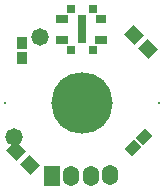
<source format=gts>
%FSTAX23Y23*%
%MOIN*%
%SFA1B1*%

%IPPOS*%
%AMD27*
4,1,4,-0.001400,0.034600,-0.034600,0.001400,0.001400,-0.034600,0.034600,-0.001400,-0.001400,0.034600,0.0*
%
%AMD29*
4,1,4,0.027900,0.002500,0.002500,0.027900,-0.027900,-0.002500,-0.002500,-0.027900,0.027900,0.002500,0.0*
%
%ADD23R,0.028000X0.028000*%
%ADD24R,0.036000X0.028000*%
%ADD25R,0.039000X0.028000*%
%ADD26R,0.028000X0.093000*%
G04~CAMADD=27~9~0.0~0.0~470.0~510.0~0.0~0.0~0~0.0~0.0~0.0~0.0~0~0.0~0.0~0.0~0.0~0~0.0~0.0~0.0~45.0~692.0~691.0*
%ADD27D27*%
%ADD28R,0.036000X0.043000*%
G04~CAMADD=29~9~0.0~0.0~360.0~430.0~0.0~0.0~0~0.0~0.0~0.0~0.0~0~0.0~0.0~0.0~0.0~0~0.0~0.0~0.0~315.0~558.0~557.0*
%ADD29D29*%
%ADD30O,0.055000X0.067000*%
%ADD31R,0.055000X0.067000*%
%ADD32C,0.205000*%
%ADD33R,0.008000X0.008000*%
%ADD34C,0.058000*%
%LNencoder_pcb-1*%
%LPD*%
G54D23*
X00037Y00314D03*
Y00175D03*
X-00037D03*
Y00314D03*
G54D24*
X00065Y0028D03*
G54D25*
X00065Y0021D03*
X-00066D03*
Y0028D03*
G54D26*
X0Y00245D03*
G54D27*
X-0022Y-0016D03*
X-00173Y-00207D03*
X0022Y0018D03*
X00173Y00227D03*
G54D28*
X-002Y00149D03*
Y002D03*
G54D29*
X00169Y-00151D03*
X00206Y-00114D03*
G54D30*
X-00035Y-00245D03*
X00095Y-0024D03*
X0003Y-00245D03*
G54D31*
X-001Y-00245D03*
G54D32*
X0Y0D03*
G54D33*
X-00256Y0D03*
X00256D03*
G54D34*
X-00225Y-00115D03*
X-0014Y0022D03*
M02*
</source>
